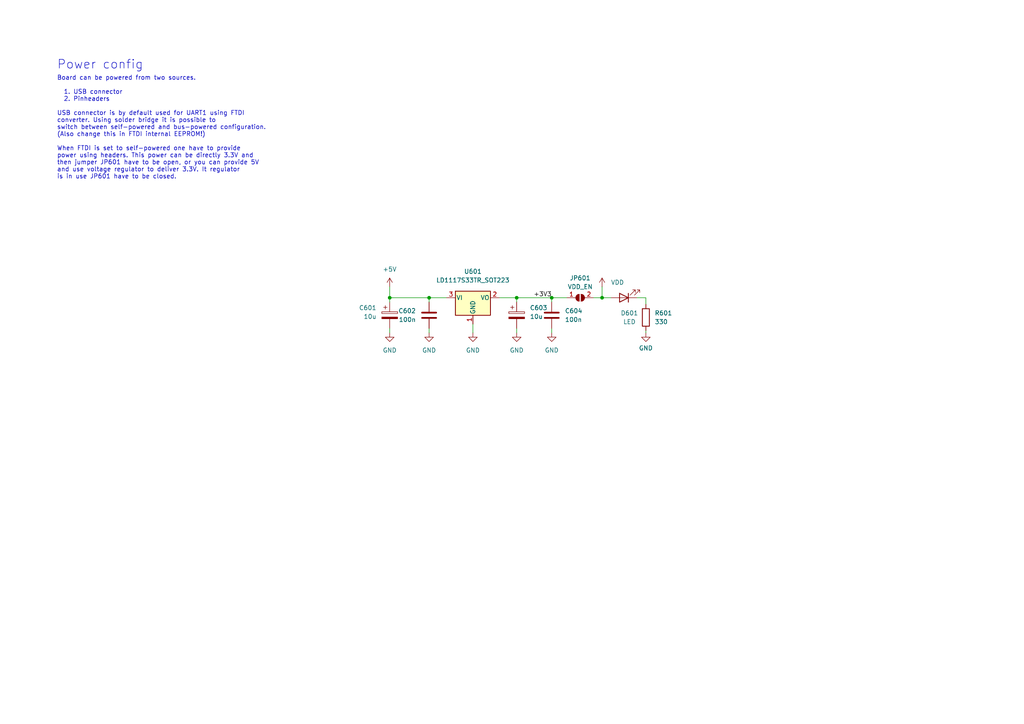
<source format=kicad_sch>
(kicad_sch (version 20211123) (generator eeschema)
  (paper "A4")
  (lib_symbols
    (symbol "Device:C" (pin_numbers hide) (pin_names (offset 0.254))
      (property "Reference" "C" (at 0.635 2.54 0))
      (property "Value" "C" (at 0.635 -2.54 0))
      (symbol "C_0_1"
        (polyline (pts (xy -2.032 -0.762) (xy 2.032 -0.762)) (stroke (width 0.508)))
        (polyline (pts (xy -2.032 0.762) (xy 2.032 0.762)) (stroke (width 0.508)))
      )
      (symbol "C_1_1"
        (pin passive line (at 0 3.81 270) (length 2.794) (name "~") (number "1"))
        (pin passive line (at 0 -3.81 90) (length 2.794) (name "~") (number "2"))
      )
    )
    (symbol "Device:C_Polarized" (pin_numbers hide) (pin_names (offset 0.254))
      (property "Reference" "C" (at 0.635 2.54 0))
      (property "Value" "C_Polarized" (at 0.635 -2.54 0))
      (symbol "C_Polarized_0_1"
        (rectangle (start -2.286 0.508) (end 2.286 1.016))
        (polyline (pts (xy -1.778 2.286) (xy -0.762 2.286)))
        (polyline (pts (xy -1.27 2.794) (xy -1.27 1.778)))
        (rectangle (start 2.286 -0.508) (end -2.286 -1.016) (fill (type outline)))
      )
      (symbol "C_Polarized_1_1"
        (pin passive line (at 0 3.81 270) (length 2.794) (name "~") (number "1"))
        (pin passive line (at 0 -3.81 90) (length 2.794) (name "~") (number "2"))
      )
    )
    (symbol "Device:LED" (pin_numbers hide) (pin_names (offset 1.016) hide)
      (property "Reference" "D" (at 0 2.54 0))
      (property "Value" "LED" (at 0 -2.54 0))
      (symbol "LED_0_1"
        (polyline (pts (xy -1.27 -1.27) (xy -1.27 1.27)) (stroke (width 0.254)))
        (polyline (pts (xy -1.27 0) (xy 1.27 0)))
        (polyline (pts (xy 1.27 -1.27) (xy 1.27 1.27) (xy -1.27 0) (xy 1.27 -1.27)) (stroke (width 0.254)))
        (polyline (pts (xy -3.048 -0.762) (xy -4.572 -2.286) (xy -3.81 -2.286) (xy -4.572 -2.286) (xy -4.572 -1.524)))
        (polyline (pts (xy -1.778 -0.762) (xy -3.302 -2.286) (xy -2.54 -2.286) (xy -3.302 -2.286) (xy -3.302 -1.524)))
      )
      (symbol "LED_1_1"
        (pin passive line (at -3.81 0 0) (length 2.54) (name "K") (number "1"))
        (pin passive line (at 3.81 0 180) (length 2.54) (name "A") (number "2"))
      )
    )
    (symbol "Device:R" (pin_numbers hide) (pin_names (offset 0))
      (property "Reference" "R" (at 2.032 0 90))
      (property "Value" "R" (at 0 0 90))
      (symbol "R_0_1"
        (rectangle (start -1.016 -2.54) (end 1.016 2.54) (stroke (width 0.254)))
      )
      (symbol "R_1_1"
        (pin passive line (at 0 3.81 270) (length 1.27) (name "~") (number "1"))
        (pin passive line (at 0 -3.81 90) (length 1.27) (name "~") (number "2"))
      )
    )
    (symbol "Jumper:SolderJumper_2_Open" (pin_names (offset 0) hide)
      (property "Reference" "JP" (at 0 2.032 0))
      (property "Value" "SolderJumper_2_Open" (at 0 -2.54 0))
      (symbol "SolderJumper_2_Open_0_1"
        (arc (start -0.254 1.016) (mid -1.27 0) (end -0.254 -1.016))
        (arc (start -0.254 1.016) (mid -1.27 0) (end -0.254 -1.016) (fill (type outline)))
        (polyline (pts (xy -0.254 1.016) (xy -0.254 -1.016)))
        (polyline (pts (xy 0.254 1.016) (xy 0.254 -1.016)))
        (arc (start 0.254 -1.016) (mid 1.27 0) (end 0.254 1.016))
        (arc (start 0.254 -1.016) (mid 1.27 0) (end 0.254 1.016) (fill (type outline)))
      )
      (symbol "SolderJumper_2_Open_1_1"
        (pin passive line (at -3.81 0 0) (length 2.54) (name "A") (number "1"))
        (pin passive line (at 3.81 0 180) (length 2.54) (name "B") (number "2"))
      )
    )
    (symbol "Regulator_Linear:LD1117S33TR_SOT223" (pin_names (offset 0.254))
      (property "Reference" "U" (at -3.81 3.175 0))
      (property "Value" "LD1117S33TR_SOT223" (at 0 3.175 0))
      (symbol "LD1117S33TR_SOT223_0_1"
        (rectangle (start -5.08 -5.08) (end 5.08 1.905) (stroke (width 0.254)) (fill (type background)))
      )
      (symbol "LD1117S33TR_SOT223_1_1"
        (pin power_in line (at 0 -7.62 90) (length 2.54) (name "GND") (number "1"))
        (pin power_out line (at 7.62 0 180) (length 2.54) (name "VO") (number "2"))
        (pin power_in line (at -7.62 0 0) (length 2.54) (name "VI") (number "3"))
      )
    )
    (symbol "power:+5V" (power) (pin_names (offset 0))
      (property "Value" "+5V" (at 0 3.556 0))
      (symbol "+5V_0_1"
        (polyline (pts (xy -0.762 1.27) (xy 0 2.54)))
        (polyline (pts (xy 0 0) (xy 0 2.54)))
        (polyline (pts (xy 0 2.54) (xy 0.762 1.27)))
      )
      (symbol "+5V_1_1"
        (pin power_in line (at 0 0 90) (length 0) hide (name "+5V") (number "1"))
      )
    )
    (symbol "power:GND" (power) (pin_names (offset 0))
      (property "Value" "GND" (at 0 -3.81 0))
      (symbol "GND_0_1"
        (polyline (pts (xy 0 0) (xy 0 -1.27) (xy 1.27 -1.27) (xy 0 -2.54) (xy -1.27 -1.27) (xy 0 -1.27)))
      )
      (symbol "GND_1_1"
        (pin power_in line (at 0 0 270) (length 0) hide (name "GND") (number "1"))
      )
    )
    (symbol "power:VDD" (power) (pin_names (offset 0))
      (property "Value" "VDD" (at 0 3.81 0))
      (symbol "VDD_0_1"
        (polyline (pts (xy -0.762 1.27) (xy 0 2.54)))
        (polyline (pts (xy 0 0) (xy 0 2.54)))
        (polyline (pts (xy 0 2.54) (xy 0.762 1.27)))
      )
      (symbol "VDD_1_1"
        (pin power_in line (at 0 0 90) (length 0) hide (name "VDD") (number "1"))
      )
    )
  )
  (junction (at 160.02 86.36))
  (junction (at 124.46 86.36))
  (junction (at 149.86 86.36))
  (junction (at 113.03 86.36))
  (junction (at 174.625 86.36))
  (wire (pts (xy 137.16 93.98) (xy 137.16 96.52)))
  (wire (pts (xy 113.03 95.25) (xy 113.03 96.52)))
  (wire (pts (xy 187.325 96.52) (xy 187.325 95.885)))
  (wire (pts (xy 160.02 95.25) (xy 160.02 96.5067)))
  (wire (pts (xy 160.02 86.36) (xy 160.02 87.63)))
  (wire (pts (xy 184.785 86.36) (xy 187.325 86.36)))
  (wire (pts (xy 174.625 83.185) (xy 174.625 86.36)))
  (wire (pts (xy 187.325 86.36) (xy 187.325 88.265)))
  (wire (pts (xy 149.86 95.25) (xy 149.86 96.52)))
  (wire (pts (xy 113.03 86.36) (xy 124.46 86.36)))
  (wire (pts (xy 129.54 86.36) (xy 124.46 86.36)))
  (wire (pts (xy 124.46 86.36) (xy 124.46 87.63)))
  (wire (pts (xy 124.46 95.25) (xy 124.46 96.52)))
  (wire (pts (xy 113.03 87.63) (xy 113.03 86.36)))
  (wire (pts (xy 144.78 86.36) (xy 149.86 86.36)))
  (wire (pts (xy 174.625 86.36) (xy 177.165 86.36)))
  (wire (pts (xy 172.085 86.36) (xy 174.625 86.36)))
  (wire (pts (xy 113.03 83.185) (xy 113.03 86.36)))
  (wire (pts (xy 149.86 86.36) (xy 149.86 87.63)))
  (wire (pts (xy 149.86 86.36) (xy 160.02 86.36)))
  (wire (pts (xy 160.02 86.36) (xy 164.465 86.36)))
  (text "Power config" (at 16.51 20.32 0) (effects (font (size 2.54 2.54)) (justify left bottom)))
  (text "Board can be powered from two sources.\n\n  1. USB connector\n  2. Pinheaders\n\nUSB connector is by default used for UART1 using FTDI \nconverter. Using solder bridge it is possible to \nswitch between self-powered and bus-powered configuration.\n(Also change this in FTDI internal EEPROM!)\n\nWhen FTDI is set to self-powered one have to provide\npower using headers. This power can be directly 3.3V and \nthen jumper JP601 have to be open, or you can provide 5V \nand use voltage regulator to deliver 3.3V. It regulator \nis in use JP601 have to be closed.\n" (at 16.51 52.07 0) (effects (font (size 1.27 1.27)) (justify left bottom)))
  (label "+3V3" (at 160.02 86.36 180))
  (symbol (lib_id "Device:C_Polarized") (at 149.86 91.44 0) (unit 1)
    (property "Reference" "C603" (at 153.67 89.2809 0) (effects (justify left)))
    (property "Value" "10u" (at 153.67 91.8209 0) (effects (justify left)))
    (property "Footprint" "Capacitor_Tantalum_SMD:CP_EIA-3216-18_Kemet-A_Pad1.58x1.35mm_HandSolder" (effects hide))
  )
  (symbol (lib_id "power:GND") (at 124.46 96.52 0) (unit 1)
    (property "Reference" "#PWR0603" (effects hide))
    (property "Value" "GND" (at 124.46 101.6 0))
  )
  (symbol (lib_id "Device:C") (at 124.46 91.44 0) (unit 1)
    (property "Reference" "C602" (at 120.65 90.1699 0) (effects (justify right)))
    (property "Value" "100n" (at 120.65 92.7099 0) (effects (justify right)))
    (property "Footprint" "Capacitor_SMD:C_0603_1608Metric_Pad1.08x0.95mm_HandSolder" (effects hide))
  )
  (symbol (lib_id "Device:LED") (at 180.975 86.36 180) (unit 1)
    (property "Reference" "D601" (at 182.5625 90.805 0))
    (property "Value" "LED" (at 182.5625 93.345 0))
    (property "Footprint" "LED_SMD:LED_1206_3216Metric_Pad1.42x1.75mm_HandSolder" (effects hide))
  )
  (symbol (lib_id "Regulator_Linear:LD1117S33TR_SOT223") (at 137.16 86.36 0) (unit 1)
    (property "Reference" "U601" (at 137.16 78.74 0))
    (property "Value" "LD1117S33TR_SOT223" (at 137.16 81.28 0))
    (property "Footprint" "Package_TO_SOT_SMD:SOT-223-3_TabPin2" (effects hide))
    (property "Datasheet" "http://www.st.com/st-web-ui/static/active/en/resource/technical/document/datasheet/CD00000544.pdf" (effects hide))
  )
  (symbol (lib_id "power:+5V") (at 113.03 83.185 0) (unit 1)
    (property "Reference" "#PWR0601" (effects hide))
    (property "Value" "+5V" (at 113.03 78.105 0))
  )
  (symbol (lib_id "power:GND") (at 113.03 96.52 0) (unit 1)
    (property "Reference" "#PWR0602" (effects hide))
    (property "Value" "GND" (at 113.03 101.6 0))
  )
  (symbol (lib_id "power:VDD") (at 174.625 83.185 0) (unit 1)
    (property "Reference" "#PWR0607" (effects hide))
    (property "Value" "VDD" (at 177.165 81.9149 0) (effects (justify left)))
  )
  (symbol (lib_id "power:GND") (at 160.02 96.5067 0) (unit 1)
    (property "Reference" "#PWR0606" (effects hide))
    (property "Value" "GND" (at 160.02 101.5867 0))
  )
  (symbol (lib_id "Device:R") (at 187.325 92.075 0) (unit 1)
    (property "Reference" "R601" (at 189.865 90.8049 0) (effects (justify left)))
    (property "Value" "330" (at 189.865 93.3449 0) (effects (justify left)))
    (property "Footprint" "Resistor_SMD:R_0603_1608Metric_Pad0.98x0.95mm_HandSolder" (effects hide))
  )
  (symbol (lib_id "power:GND") (at 149.86 96.52 0) (unit 1)
    (property "Reference" "#PWR0605" (effects hide))
    (property "Value" "GND" (at 149.86 101.6 0))
  )
  (symbol (lib_id "power:GND") (at 187.325 96.52 0) (unit 1)
    (property "Reference" "#PWR0608" (effects hide))
    (property "Value" "GND" (at 187.325 100.965 0))
  )
  (symbol (lib_id "Device:C") (at 160.02 91.44 0) (unit 1)
    (property "Reference" "C604" (at 163.83 90.1699 0) (effects (justify left)))
    (property "Value" "100n" (at 163.83 92.7099 0) (effects (justify left)))
    (property "Footprint" "Capacitor_SMD:C_0603_1608Metric_Pad1.08x0.95mm_HandSolder" (effects hide))
  )
  (symbol (lib_id "Jumper:SolderJumper_2_Open") (at 168.275 86.36 0) (unit 1)
    (property "Reference" "JP601" (at 168.275 80.645 0))
    (property "Value" "VDD_EN" (at 168.275 83.185 0))
    (property "Footprint" "Jumper:SolderJumper-2_P1.3mm_Open_RoundedPad1.0x1.5mm" (effects hide))
  )
  (symbol (lib_id "Device:C_Polarized") (at 113.03 91.44 0) (unit 1)
    (property "Reference" "C601" (at 109.22 89.2809 0) (effects (justify right)))
    (property "Value" "10u" (at 109.22 91.8209 0) (effects (justify right)))
    (property "Footprint" "Capacitor_Tantalum_SMD:CP_EIA-3216-18_Kemet-A_Pad1.58x1.35mm_HandSolder" (effects hide))
  )
  (symbol (lib_id "power:GND") (at 137.16 96.52 0) (unit 1)
    (property "Reference" "#PWR0604" (effects hide))
    (property "Value" "GND" (at 137.16 101.6 0))
  )
)
</source>
